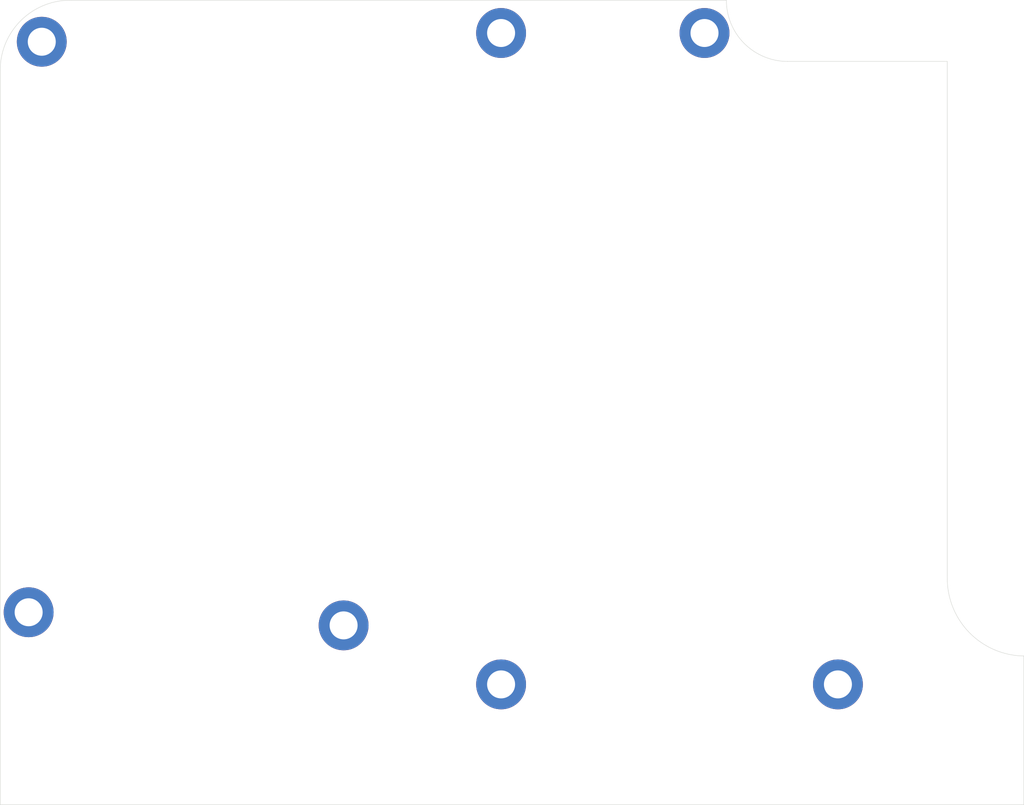
<source format=kicad_pcb>
(kicad_pcb (version 20210925) (generator pcbnew)
  (layers (0 "F.Cu" signal) (31 "B.Cu" signal) (34 "B.Paste" user) (35 "F.Paste" user) (36 "B.SilkS" user "B.Silkscreen") (37 "F.SilkS" user "F.Silkscreen") (38 "B.Mask" user) (39 "F.Mask" user) (44 "Edge.Cuts" user))
  (net 0 "")
  (net 1 "GND")
  (footprint "MountingHole:MountingHole_3.2mm_M3_ISO7380_Pad" (layer "F.Cu") (at 60.5 192.5)
    (fp_text reference "REF**" hide)
    (fp_text value "MountingHole_Pad" hide)
    (pad "1" thru_hole circle locked (at 0 0) (size 5.7 5.7) (drill 3.2) (layers *.Cu *.Mask) (net 1 "GND"))
  )
  (footprint "MountingHole:MountingHole_3.2mm_M3_ISO7380_Pad" (layer "F.Cu") (at 78.5 199.25)
    (fp_text reference "REF**" hide)
    (fp_text value "MountingHole_Pad" hide)
    (pad "1" thru_hole circle locked (at 0 0) (size 5.7 5.7) (drill 3.2) (layers *.Cu *.Mask) (net 1 "GND"))
  )
  (footprint "MountingHole:MountingHole_3.2mm_M3_ISO7380_Pad" (layer "F.Cu") (at 117 199.25)
    (fp_text reference "REF**" hide)
    (fp_text value "MountingHole_Pad" hide)
    (pad "1" thru_hole circle locked (at 0 0) (size 5.7 5.7) (drill 3.2) (layers *.Cu *.Mask) (net 1 "GND"))
  )
  (footprint "MountingHole:MountingHole_3.2mm_M3_ISO7380_Pad" (layer "F.Cu") (at 78.5 124.75)
    (fp_text reference "REF**" hide)
    (fp_text value "MountingHole_Pad" hide)
    (pad "1" thru_hole circle locked (at 0 0) (size 5.7 5.7) (drill 3.2) (layers *.Cu *.Mask) (net 1 "GND"))
  )
  (footprint "MountingHole:MountingHole_3.2mm_M3_ISO7380_Pad" (layer "F.Cu") (at 24.5 191)
    (fp_text reference "REF**" hide)
    (fp_text value "MountingHole_Pad" hide)
    (pad "1" thru_hole circle locked (at 0 0) (size 5.7 5.7) (drill 3.2) (layers *.Cu *.Mask) (net 1 "GND"))
  )
  (footprint "MountingHole:MountingHole_3.2mm_M3_ISO7380_Pad" (layer "F.Cu") (at 26 125.75)
    (fp_text reference "REF**" hide)
    (fp_text value "MountingHole_Pad" hide)
    (pad "1" thru_hole circle locked (at 0 0) (size 5.7 5.7) (drill 3.2) (layers *.Cu *.Mask) (net 1 "GND"))
  )
  (footprint "MountingHole:MountingHole_3.2mm_M3_ISO7380_Pad" (layer "F.Cu") (at 101.75 124.75)
    (fp_text reference "REF**" hide)
    (fp_text value "MountingHole_Pad" hide)
    (pad "1" thru_hole circle locked (at 0 0) (size 5.7 5.7) (drill 3.2) (layers *.Cu *.Mask) (net 1 "GND"))
  )
  (gr_line (start 21.25 213) (end 138.25 213) (layer "Edge.Cuts") (width 0.05))
  (gr_line (start 21.25 213) (end 21.25 129) (layer "Edge.Cuts") (width 0.05))
  (gr_arc (start 111.25 121) (end 111.25 128) (angle 90) (layer "Edge.Cuts") (width 0.05))
  (gr_line (start 138.25 213) (end 138.25 196) (layer "Edge.Cuts") (width 0.05))
  (gr_line (start 111.25 128) (end 129.5 128) (layer "Edge.Cuts") (width 0.05))
  (gr_line (start 129.5 128) (end 129.5 187) (layer "Edge.Cuts") (width 0.05))
  (gr_line (start 75.25 121) (end 104.25 121) (layer "Edge.Cuts") (width 0.05))
  (gr_line (start 29.25 121) (end 75.25 121) (layer "Edge.Cuts") (width 0.05))
  (gr_arc (start 138.375 187.125) (end 129.5 187) (angle -90) (layer "Edge.Cuts") (width 0.05))
  (gr_arc (start 29.25 129) (end 21.25 129) (angle 90) (layer "Edge.Cuts") (width 0.05))
)
</source>
